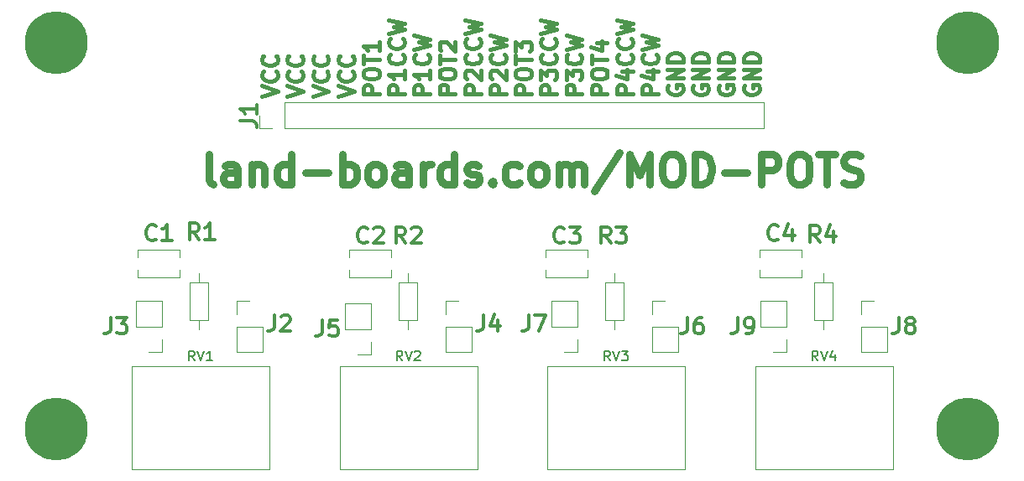
<source format=gto>
%TF.GenerationSoftware,KiCad,Pcbnew,(6.0.1)*%
%TF.CreationDate,2022-10-15T14:09:48-04:00*%
%TF.ProjectId,MOD-POTS,4d4f442d-504f-4545-932e-6b696361645f,rev?*%
%TF.SameCoordinates,Original*%
%TF.FileFunction,Legend,Top*%
%TF.FilePolarity,Positive*%
%FSLAX46Y46*%
G04 Gerber Fmt 4.6, Leading zero omitted, Abs format (unit mm)*
G04 Created by KiCad (PCBNEW (6.0.1)) date 2022-10-15 14:09:48*
%MOMM*%
%LPD*%
G01*
G04 APERTURE LIST*
%ADD10C,0.396875*%
%ADD11C,0.750000*%
%ADD12C,0.150000*%
%ADD13C,0.349250*%
%ADD14C,0.100000*%
%ADD15C,0.120000*%
%ADD16C,6.350000*%
G04 APERTURE END LIST*
D10*
X114803842Y-49374840D02*
X116391342Y-48845674D01*
X114803842Y-48316507D01*
X116240152Y-46880197D02*
X116315747Y-46955793D01*
X116391342Y-47182578D01*
X116391342Y-47333769D01*
X116315747Y-47560555D01*
X116164557Y-47711745D01*
X116013366Y-47787340D01*
X115710985Y-47862936D01*
X115484199Y-47862936D01*
X115181818Y-47787340D01*
X115030628Y-47711745D01*
X114879438Y-47560555D01*
X114803842Y-47333769D01*
X114803842Y-47182578D01*
X114879438Y-46955793D01*
X114955033Y-46880197D01*
X116240152Y-45292697D02*
X116315747Y-45368293D01*
X116391342Y-45595078D01*
X116391342Y-45746269D01*
X116315747Y-45973055D01*
X116164557Y-46124245D01*
X116013366Y-46199840D01*
X115710985Y-46275436D01*
X115484199Y-46275436D01*
X115181818Y-46199840D01*
X115030628Y-46124245D01*
X114879438Y-45973055D01*
X114803842Y-45746269D01*
X114803842Y-45595078D01*
X114879438Y-45368293D01*
X114955033Y-45292697D01*
X117359717Y-49374840D02*
X118947217Y-48845674D01*
X117359717Y-48316507D01*
X118796027Y-46880197D02*
X118871622Y-46955793D01*
X118947217Y-47182578D01*
X118947217Y-47333769D01*
X118871622Y-47560555D01*
X118720432Y-47711745D01*
X118569241Y-47787340D01*
X118266860Y-47862936D01*
X118040074Y-47862936D01*
X117737693Y-47787340D01*
X117586503Y-47711745D01*
X117435313Y-47560555D01*
X117359717Y-47333769D01*
X117359717Y-47182578D01*
X117435313Y-46955793D01*
X117510908Y-46880197D01*
X118796027Y-45292697D02*
X118871622Y-45368293D01*
X118947217Y-45595078D01*
X118947217Y-45746269D01*
X118871622Y-45973055D01*
X118720432Y-46124245D01*
X118569241Y-46199840D01*
X118266860Y-46275436D01*
X118040074Y-46275436D01*
X117737693Y-46199840D01*
X117586503Y-46124245D01*
X117435313Y-45973055D01*
X117359717Y-45746269D01*
X117359717Y-45595078D01*
X117435313Y-45368293D01*
X117510908Y-45292697D01*
X119915592Y-49374840D02*
X121503092Y-48845674D01*
X119915592Y-48316507D01*
X121351902Y-46880197D02*
X121427497Y-46955793D01*
X121503092Y-47182578D01*
X121503092Y-47333769D01*
X121427497Y-47560555D01*
X121276307Y-47711745D01*
X121125116Y-47787340D01*
X120822735Y-47862936D01*
X120595949Y-47862936D01*
X120293568Y-47787340D01*
X120142378Y-47711745D01*
X119991188Y-47560555D01*
X119915592Y-47333769D01*
X119915592Y-47182578D01*
X119991188Y-46955793D01*
X120066783Y-46880197D01*
X121351902Y-45292697D02*
X121427497Y-45368293D01*
X121503092Y-45595078D01*
X121503092Y-45746269D01*
X121427497Y-45973055D01*
X121276307Y-46124245D01*
X121125116Y-46199840D01*
X120822735Y-46275436D01*
X120595949Y-46275436D01*
X120293568Y-46199840D01*
X120142378Y-46124245D01*
X119991188Y-45973055D01*
X119915592Y-45746269D01*
X119915592Y-45595078D01*
X119991188Y-45368293D01*
X120066783Y-45292697D01*
X122471467Y-49374840D02*
X124058967Y-48845674D01*
X122471467Y-48316507D01*
X123907777Y-46880197D02*
X123983372Y-46955793D01*
X124058967Y-47182578D01*
X124058967Y-47333769D01*
X123983372Y-47560555D01*
X123832182Y-47711745D01*
X123680991Y-47787340D01*
X123378610Y-47862936D01*
X123151824Y-47862936D01*
X122849443Y-47787340D01*
X122698253Y-47711745D01*
X122547063Y-47560555D01*
X122471467Y-47333769D01*
X122471467Y-47182578D01*
X122547063Y-46955793D01*
X122622658Y-46880197D01*
X123907777Y-45292697D02*
X123983372Y-45368293D01*
X124058967Y-45595078D01*
X124058967Y-45746269D01*
X123983372Y-45973055D01*
X123832182Y-46124245D01*
X123680991Y-46199840D01*
X123378610Y-46275436D01*
X123151824Y-46275436D01*
X122849443Y-46199840D01*
X122698253Y-46124245D01*
X122547063Y-45973055D01*
X122471467Y-45746269D01*
X122471467Y-45595078D01*
X122547063Y-45368293D01*
X122622658Y-45292697D01*
X126614842Y-49148055D02*
X125027342Y-49148055D01*
X125027342Y-48543293D01*
X125102938Y-48392102D01*
X125178533Y-48316507D01*
X125329723Y-48240912D01*
X125556509Y-48240912D01*
X125707699Y-48316507D01*
X125783295Y-48392102D01*
X125858890Y-48543293D01*
X125858890Y-49148055D01*
X125027342Y-47258174D02*
X125027342Y-46955793D01*
X125102938Y-46804602D01*
X125254128Y-46653412D01*
X125556509Y-46577816D01*
X126085676Y-46577816D01*
X126388057Y-46653412D01*
X126539247Y-46804602D01*
X126614842Y-46955793D01*
X126614842Y-47258174D01*
X126539247Y-47409364D01*
X126388057Y-47560555D01*
X126085676Y-47636150D01*
X125556509Y-47636150D01*
X125254128Y-47560555D01*
X125102938Y-47409364D01*
X125027342Y-47258174D01*
X125027342Y-46124245D02*
X125027342Y-45217102D01*
X126614842Y-45670674D02*
X125027342Y-45670674D01*
X126614842Y-43856388D02*
X126614842Y-44763531D01*
X126614842Y-44309959D02*
X125027342Y-44309959D01*
X125254128Y-44461150D01*
X125405318Y-44612340D01*
X125480914Y-44763531D01*
X129170717Y-49148055D02*
X127583217Y-49148055D01*
X127583217Y-48543293D01*
X127658813Y-48392102D01*
X127734408Y-48316507D01*
X127885598Y-48240912D01*
X128112384Y-48240912D01*
X128263574Y-48316507D01*
X128339170Y-48392102D01*
X128414765Y-48543293D01*
X128414765Y-49148055D01*
X129170717Y-46729007D02*
X129170717Y-47636150D01*
X129170717Y-47182578D02*
X127583217Y-47182578D01*
X127810003Y-47333769D01*
X127961193Y-47484959D01*
X128036789Y-47636150D01*
X129019527Y-45141507D02*
X129095122Y-45217102D01*
X129170717Y-45443888D01*
X129170717Y-45595078D01*
X129095122Y-45821864D01*
X128943932Y-45973055D01*
X128792741Y-46048650D01*
X128490360Y-46124245D01*
X128263574Y-46124245D01*
X127961193Y-46048650D01*
X127810003Y-45973055D01*
X127658813Y-45821864D01*
X127583217Y-45595078D01*
X127583217Y-45443888D01*
X127658813Y-45217102D01*
X127734408Y-45141507D01*
X129019527Y-43554007D02*
X129095122Y-43629602D01*
X129170717Y-43856388D01*
X129170717Y-44007578D01*
X129095122Y-44234364D01*
X128943932Y-44385555D01*
X128792741Y-44461150D01*
X128490360Y-44536745D01*
X128263574Y-44536745D01*
X127961193Y-44461150D01*
X127810003Y-44385555D01*
X127658813Y-44234364D01*
X127583217Y-44007578D01*
X127583217Y-43856388D01*
X127658813Y-43629602D01*
X127734408Y-43554007D01*
X127583217Y-43024840D02*
X129170717Y-42646864D01*
X128036789Y-42344483D01*
X129170717Y-42042102D01*
X127583217Y-41664126D01*
X131726592Y-49148055D02*
X130139092Y-49148055D01*
X130139092Y-48543293D01*
X130214688Y-48392102D01*
X130290283Y-48316507D01*
X130441473Y-48240912D01*
X130668259Y-48240912D01*
X130819449Y-48316507D01*
X130895045Y-48392102D01*
X130970640Y-48543293D01*
X130970640Y-49148055D01*
X131726592Y-46729007D02*
X131726592Y-47636150D01*
X131726592Y-47182578D02*
X130139092Y-47182578D01*
X130365878Y-47333769D01*
X130517068Y-47484959D01*
X130592664Y-47636150D01*
X131575402Y-45141507D02*
X131650997Y-45217102D01*
X131726592Y-45443888D01*
X131726592Y-45595078D01*
X131650997Y-45821864D01*
X131499807Y-45973055D01*
X131348616Y-46048650D01*
X131046235Y-46124245D01*
X130819449Y-46124245D01*
X130517068Y-46048650D01*
X130365878Y-45973055D01*
X130214688Y-45821864D01*
X130139092Y-45595078D01*
X130139092Y-45443888D01*
X130214688Y-45217102D01*
X130290283Y-45141507D01*
X130139092Y-44612340D02*
X131726592Y-44234364D01*
X130592664Y-43931983D01*
X131726592Y-43629602D01*
X130139092Y-43251626D01*
X134282467Y-49148055D02*
X132694967Y-49148055D01*
X132694967Y-48543293D01*
X132770563Y-48392102D01*
X132846158Y-48316507D01*
X132997348Y-48240912D01*
X133224134Y-48240912D01*
X133375324Y-48316507D01*
X133450920Y-48392102D01*
X133526515Y-48543293D01*
X133526515Y-49148055D01*
X132694967Y-47258174D02*
X132694967Y-46955793D01*
X132770563Y-46804602D01*
X132921753Y-46653412D01*
X133224134Y-46577816D01*
X133753301Y-46577816D01*
X134055682Y-46653412D01*
X134206872Y-46804602D01*
X134282467Y-46955793D01*
X134282467Y-47258174D01*
X134206872Y-47409364D01*
X134055682Y-47560555D01*
X133753301Y-47636150D01*
X133224134Y-47636150D01*
X132921753Y-47560555D01*
X132770563Y-47409364D01*
X132694967Y-47258174D01*
X132694967Y-46124245D02*
X132694967Y-45217102D01*
X134282467Y-45670674D02*
X132694967Y-45670674D01*
X132846158Y-44763531D02*
X132770563Y-44687936D01*
X132694967Y-44536745D01*
X132694967Y-44158769D01*
X132770563Y-44007578D01*
X132846158Y-43931983D01*
X132997348Y-43856388D01*
X133148539Y-43856388D01*
X133375324Y-43931983D01*
X134282467Y-44839126D01*
X134282467Y-43856388D01*
X136838342Y-49148055D02*
X135250842Y-49148055D01*
X135250842Y-48543293D01*
X135326438Y-48392102D01*
X135402033Y-48316507D01*
X135553223Y-48240912D01*
X135780009Y-48240912D01*
X135931199Y-48316507D01*
X136006795Y-48392102D01*
X136082390Y-48543293D01*
X136082390Y-49148055D01*
X135402033Y-47636150D02*
X135326438Y-47560555D01*
X135250842Y-47409364D01*
X135250842Y-47031388D01*
X135326438Y-46880197D01*
X135402033Y-46804602D01*
X135553223Y-46729007D01*
X135704414Y-46729007D01*
X135931199Y-46804602D01*
X136838342Y-47711745D01*
X136838342Y-46729007D01*
X136687152Y-45141507D02*
X136762747Y-45217102D01*
X136838342Y-45443888D01*
X136838342Y-45595078D01*
X136762747Y-45821864D01*
X136611557Y-45973055D01*
X136460366Y-46048650D01*
X136157985Y-46124245D01*
X135931199Y-46124245D01*
X135628818Y-46048650D01*
X135477628Y-45973055D01*
X135326438Y-45821864D01*
X135250842Y-45595078D01*
X135250842Y-45443888D01*
X135326438Y-45217102D01*
X135402033Y-45141507D01*
X136687152Y-43554007D02*
X136762747Y-43629602D01*
X136838342Y-43856388D01*
X136838342Y-44007578D01*
X136762747Y-44234364D01*
X136611557Y-44385555D01*
X136460366Y-44461150D01*
X136157985Y-44536745D01*
X135931199Y-44536745D01*
X135628818Y-44461150D01*
X135477628Y-44385555D01*
X135326438Y-44234364D01*
X135250842Y-44007578D01*
X135250842Y-43856388D01*
X135326438Y-43629602D01*
X135402033Y-43554007D01*
X135250842Y-43024840D02*
X136838342Y-42646864D01*
X135704414Y-42344483D01*
X136838342Y-42042102D01*
X135250842Y-41664126D01*
X139394217Y-49148055D02*
X137806717Y-49148055D01*
X137806717Y-48543293D01*
X137882313Y-48392102D01*
X137957908Y-48316507D01*
X138109098Y-48240912D01*
X138335884Y-48240912D01*
X138487074Y-48316507D01*
X138562670Y-48392102D01*
X138638265Y-48543293D01*
X138638265Y-49148055D01*
X137957908Y-47636150D02*
X137882313Y-47560555D01*
X137806717Y-47409364D01*
X137806717Y-47031388D01*
X137882313Y-46880197D01*
X137957908Y-46804602D01*
X138109098Y-46729007D01*
X138260289Y-46729007D01*
X138487074Y-46804602D01*
X139394217Y-47711745D01*
X139394217Y-46729007D01*
X139243027Y-45141507D02*
X139318622Y-45217102D01*
X139394217Y-45443888D01*
X139394217Y-45595078D01*
X139318622Y-45821864D01*
X139167432Y-45973055D01*
X139016241Y-46048650D01*
X138713860Y-46124245D01*
X138487074Y-46124245D01*
X138184693Y-46048650D01*
X138033503Y-45973055D01*
X137882313Y-45821864D01*
X137806717Y-45595078D01*
X137806717Y-45443888D01*
X137882313Y-45217102D01*
X137957908Y-45141507D01*
X137806717Y-44612340D02*
X139394217Y-44234364D01*
X138260289Y-43931983D01*
X139394217Y-43629602D01*
X137806717Y-43251626D01*
X141950092Y-49148055D02*
X140362592Y-49148055D01*
X140362592Y-48543293D01*
X140438188Y-48392102D01*
X140513783Y-48316507D01*
X140664973Y-48240912D01*
X140891759Y-48240912D01*
X141042949Y-48316507D01*
X141118545Y-48392102D01*
X141194140Y-48543293D01*
X141194140Y-49148055D01*
X140362592Y-47258174D02*
X140362592Y-46955793D01*
X140438188Y-46804602D01*
X140589378Y-46653412D01*
X140891759Y-46577816D01*
X141420926Y-46577816D01*
X141723307Y-46653412D01*
X141874497Y-46804602D01*
X141950092Y-46955793D01*
X141950092Y-47258174D01*
X141874497Y-47409364D01*
X141723307Y-47560555D01*
X141420926Y-47636150D01*
X140891759Y-47636150D01*
X140589378Y-47560555D01*
X140438188Y-47409364D01*
X140362592Y-47258174D01*
X140362592Y-46124245D02*
X140362592Y-45217102D01*
X141950092Y-45670674D02*
X140362592Y-45670674D01*
X140362592Y-44839126D02*
X140362592Y-43856388D01*
X140967354Y-44385555D01*
X140967354Y-44158769D01*
X141042949Y-44007578D01*
X141118545Y-43931983D01*
X141269735Y-43856388D01*
X141647711Y-43856388D01*
X141798902Y-43931983D01*
X141874497Y-44007578D01*
X141950092Y-44158769D01*
X141950092Y-44612340D01*
X141874497Y-44763531D01*
X141798902Y-44839126D01*
X144505967Y-49148055D02*
X142918467Y-49148055D01*
X142918467Y-48543293D01*
X142994063Y-48392102D01*
X143069658Y-48316507D01*
X143220848Y-48240912D01*
X143447634Y-48240912D01*
X143598824Y-48316507D01*
X143674420Y-48392102D01*
X143750015Y-48543293D01*
X143750015Y-49148055D01*
X142918467Y-47711745D02*
X142918467Y-46729007D01*
X143523229Y-47258174D01*
X143523229Y-47031388D01*
X143598824Y-46880197D01*
X143674420Y-46804602D01*
X143825610Y-46729007D01*
X144203586Y-46729007D01*
X144354777Y-46804602D01*
X144430372Y-46880197D01*
X144505967Y-47031388D01*
X144505967Y-47484959D01*
X144430372Y-47636150D01*
X144354777Y-47711745D01*
X144354777Y-45141507D02*
X144430372Y-45217102D01*
X144505967Y-45443888D01*
X144505967Y-45595078D01*
X144430372Y-45821864D01*
X144279182Y-45973055D01*
X144127991Y-46048650D01*
X143825610Y-46124245D01*
X143598824Y-46124245D01*
X143296443Y-46048650D01*
X143145253Y-45973055D01*
X142994063Y-45821864D01*
X142918467Y-45595078D01*
X142918467Y-45443888D01*
X142994063Y-45217102D01*
X143069658Y-45141507D01*
X144354777Y-43554007D02*
X144430372Y-43629602D01*
X144505967Y-43856388D01*
X144505967Y-44007578D01*
X144430372Y-44234364D01*
X144279182Y-44385555D01*
X144127991Y-44461150D01*
X143825610Y-44536745D01*
X143598824Y-44536745D01*
X143296443Y-44461150D01*
X143145253Y-44385555D01*
X142994063Y-44234364D01*
X142918467Y-44007578D01*
X142918467Y-43856388D01*
X142994063Y-43629602D01*
X143069658Y-43554007D01*
X142918467Y-43024840D02*
X144505967Y-42646864D01*
X143372039Y-42344483D01*
X144505967Y-42042102D01*
X142918467Y-41664126D01*
X147061842Y-49148055D02*
X145474342Y-49148055D01*
X145474342Y-48543293D01*
X145549938Y-48392102D01*
X145625533Y-48316507D01*
X145776723Y-48240912D01*
X146003509Y-48240912D01*
X146154699Y-48316507D01*
X146230295Y-48392102D01*
X146305890Y-48543293D01*
X146305890Y-49148055D01*
X145474342Y-47711745D02*
X145474342Y-46729007D01*
X146079104Y-47258174D01*
X146079104Y-47031388D01*
X146154699Y-46880197D01*
X146230295Y-46804602D01*
X146381485Y-46729007D01*
X146759461Y-46729007D01*
X146910652Y-46804602D01*
X146986247Y-46880197D01*
X147061842Y-47031388D01*
X147061842Y-47484959D01*
X146986247Y-47636150D01*
X146910652Y-47711745D01*
X146910652Y-45141507D02*
X146986247Y-45217102D01*
X147061842Y-45443888D01*
X147061842Y-45595078D01*
X146986247Y-45821864D01*
X146835057Y-45973055D01*
X146683866Y-46048650D01*
X146381485Y-46124245D01*
X146154699Y-46124245D01*
X145852318Y-46048650D01*
X145701128Y-45973055D01*
X145549938Y-45821864D01*
X145474342Y-45595078D01*
X145474342Y-45443888D01*
X145549938Y-45217102D01*
X145625533Y-45141507D01*
X145474342Y-44612340D02*
X147061842Y-44234364D01*
X145927914Y-43931983D01*
X147061842Y-43629602D01*
X145474342Y-43251626D01*
X149617717Y-49148055D02*
X148030217Y-49148055D01*
X148030217Y-48543293D01*
X148105813Y-48392102D01*
X148181408Y-48316507D01*
X148332598Y-48240912D01*
X148559384Y-48240912D01*
X148710574Y-48316507D01*
X148786170Y-48392102D01*
X148861765Y-48543293D01*
X148861765Y-49148055D01*
X148030217Y-47258174D02*
X148030217Y-46955793D01*
X148105813Y-46804602D01*
X148257003Y-46653412D01*
X148559384Y-46577816D01*
X149088551Y-46577816D01*
X149390932Y-46653412D01*
X149542122Y-46804602D01*
X149617717Y-46955793D01*
X149617717Y-47258174D01*
X149542122Y-47409364D01*
X149390932Y-47560555D01*
X149088551Y-47636150D01*
X148559384Y-47636150D01*
X148257003Y-47560555D01*
X148105813Y-47409364D01*
X148030217Y-47258174D01*
X148030217Y-46124245D02*
X148030217Y-45217102D01*
X149617717Y-45670674D02*
X148030217Y-45670674D01*
X148559384Y-44007578D02*
X149617717Y-44007578D01*
X147954622Y-44385555D02*
X149088551Y-44763531D01*
X149088551Y-43780793D01*
X152173592Y-49148055D02*
X150586092Y-49148055D01*
X150586092Y-48543293D01*
X150661688Y-48392102D01*
X150737283Y-48316507D01*
X150888473Y-48240912D01*
X151115259Y-48240912D01*
X151266449Y-48316507D01*
X151342045Y-48392102D01*
X151417640Y-48543293D01*
X151417640Y-49148055D01*
X151115259Y-46880197D02*
X152173592Y-46880197D01*
X150510497Y-47258174D02*
X151644426Y-47636150D01*
X151644426Y-46653412D01*
X152022402Y-45141507D02*
X152097997Y-45217102D01*
X152173592Y-45443888D01*
X152173592Y-45595078D01*
X152097997Y-45821864D01*
X151946807Y-45973055D01*
X151795616Y-46048650D01*
X151493235Y-46124245D01*
X151266449Y-46124245D01*
X150964068Y-46048650D01*
X150812878Y-45973055D01*
X150661688Y-45821864D01*
X150586092Y-45595078D01*
X150586092Y-45443888D01*
X150661688Y-45217102D01*
X150737283Y-45141507D01*
X152022402Y-43554007D02*
X152097997Y-43629602D01*
X152173592Y-43856388D01*
X152173592Y-44007578D01*
X152097997Y-44234364D01*
X151946807Y-44385555D01*
X151795616Y-44461150D01*
X151493235Y-44536745D01*
X151266449Y-44536745D01*
X150964068Y-44461150D01*
X150812878Y-44385555D01*
X150661688Y-44234364D01*
X150586092Y-44007578D01*
X150586092Y-43856388D01*
X150661688Y-43629602D01*
X150737283Y-43554007D01*
X150586092Y-43024840D02*
X152173592Y-42646864D01*
X151039664Y-42344483D01*
X152173592Y-42042102D01*
X150586092Y-41664126D01*
X154729467Y-49148055D02*
X153141967Y-49148055D01*
X153141967Y-48543293D01*
X153217563Y-48392102D01*
X153293158Y-48316507D01*
X153444348Y-48240912D01*
X153671134Y-48240912D01*
X153822324Y-48316507D01*
X153897920Y-48392102D01*
X153973515Y-48543293D01*
X153973515Y-49148055D01*
X153671134Y-46880197D02*
X154729467Y-46880197D01*
X153066372Y-47258174D02*
X154200301Y-47636150D01*
X154200301Y-46653412D01*
X154578277Y-45141507D02*
X154653872Y-45217102D01*
X154729467Y-45443888D01*
X154729467Y-45595078D01*
X154653872Y-45821864D01*
X154502682Y-45973055D01*
X154351491Y-46048650D01*
X154049110Y-46124245D01*
X153822324Y-46124245D01*
X153519943Y-46048650D01*
X153368753Y-45973055D01*
X153217563Y-45821864D01*
X153141967Y-45595078D01*
X153141967Y-45443888D01*
X153217563Y-45217102D01*
X153293158Y-45141507D01*
X153141967Y-44612340D02*
X154729467Y-44234364D01*
X153595539Y-43931983D01*
X154729467Y-43629602D01*
X153141967Y-43251626D01*
X155773438Y-48316507D02*
X155697842Y-48467697D01*
X155697842Y-48694483D01*
X155773438Y-48921269D01*
X155924628Y-49072459D01*
X156075818Y-49148055D01*
X156378199Y-49223650D01*
X156604985Y-49223650D01*
X156907366Y-49148055D01*
X157058557Y-49072459D01*
X157209747Y-48921269D01*
X157285342Y-48694483D01*
X157285342Y-48543293D01*
X157209747Y-48316507D01*
X157134152Y-48240912D01*
X156604985Y-48240912D01*
X156604985Y-48543293D01*
X157285342Y-47560555D02*
X155697842Y-47560555D01*
X157285342Y-46653412D01*
X155697842Y-46653412D01*
X157285342Y-45897459D02*
X155697842Y-45897459D01*
X155697842Y-45519483D01*
X155773438Y-45292697D01*
X155924628Y-45141507D01*
X156075818Y-45065912D01*
X156378199Y-44990316D01*
X156604985Y-44990316D01*
X156907366Y-45065912D01*
X157058557Y-45141507D01*
X157209747Y-45292697D01*
X157285342Y-45519483D01*
X157285342Y-45897459D01*
X158329313Y-48316507D02*
X158253717Y-48467697D01*
X158253717Y-48694483D01*
X158329313Y-48921269D01*
X158480503Y-49072459D01*
X158631693Y-49148055D01*
X158934074Y-49223650D01*
X159160860Y-49223650D01*
X159463241Y-49148055D01*
X159614432Y-49072459D01*
X159765622Y-48921269D01*
X159841217Y-48694483D01*
X159841217Y-48543293D01*
X159765622Y-48316507D01*
X159690027Y-48240912D01*
X159160860Y-48240912D01*
X159160860Y-48543293D01*
X159841217Y-47560555D02*
X158253717Y-47560555D01*
X159841217Y-46653412D01*
X158253717Y-46653412D01*
X159841217Y-45897459D02*
X158253717Y-45897459D01*
X158253717Y-45519483D01*
X158329313Y-45292697D01*
X158480503Y-45141507D01*
X158631693Y-45065912D01*
X158934074Y-44990316D01*
X159160860Y-44990316D01*
X159463241Y-45065912D01*
X159614432Y-45141507D01*
X159765622Y-45292697D01*
X159841217Y-45519483D01*
X159841217Y-45897459D01*
X160885188Y-48316507D02*
X160809592Y-48467697D01*
X160809592Y-48694483D01*
X160885188Y-48921269D01*
X161036378Y-49072459D01*
X161187568Y-49148055D01*
X161489949Y-49223650D01*
X161716735Y-49223650D01*
X162019116Y-49148055D01*
X162170307Y-49072459D01*
X162321497Y-48921269D01*
X162397092Y-48694483D01*
X162397092Y-48543293D01*
X162321497Y-48316507D01*
X162245902Y-48240912D01*
X161716735Y-48240912D01*
X161716735Y-48543293D01*
X162397092Y-47560555D02*
X160809592Y-47560555D01*
X162397092Y-46653412D01*
X160809592Y-46653412D01*
X162397092Y-45897459D02*
X160809592Y-45897459D01*
X160809592Y-45519483D01*
X160885188Y-45292697D01*
X161036378Y-45141507D01*
X161187568Y-45065912D01*
X161489949Y-44990316D01*
X161716735Y-44990316D01*
X162019116Y-45065912D01*
X162170307Y-45141507D01*
X162321497Y-45292697D01*
X162397092Y-45519483D01*
X162397092Y-45897459D01*
X163441063Y-48316507D02*
X163365467Y-48467697D01*
X163365467Y-48694483D01*
X163441063Y-48921269D01*
X163592253Y-49072459D01*
X163743443Y-49148055D01*
X164045824Y-49223650D01*
X164272610Y-49223650D01*
X164574991Y-49148055D01*
X164726182Y-49072459D01*
X164877372Y-48921269D01*
X164952967Y-48694483D01*
X164952967Y-48543293D01*
X164877372Y-48316507D01*
X164801777Y-48240912D01*
X164272610Y-48240912D01*
X164272610Y-48543293D01*
X164952967Y-47560555D02*
X163365467Y-47560555D01*
X164952967Y-46653412D01*
X163365467Y-46653412D01*
X164952967Y-45897459D02*
X163365467Y-45897459D01*
X163365467Y-45519483D01*
X163441063Y-45292697D01*
X163592253Y-45141507D01*
X163743443Y-45065912D01*
X164045824Y-44990316D01*
X164272610Y-44990316D01*
X164574991Y-45065912D01*
X164726182Y-45141507D01*
X164877372Y-45292697D01*
X164952967Y-45519483D01*
X164952967Y-45897459D01*
D11*
X109882867Y-58253142D02*
X109597153Y-58110285D01*
X109454296Y-57824571D01*
X109454296Y-55253143D01*
X112311438Y-58253142D02*
X112311438Y-56681714D01*
X112168581Y-56396000D01*
X111882867Y-56253143D01*
X111311438Y-56253143D01*
X111025724Y-56396000D01*
X112311438Y-58110285D02*
X112025724Y-58253142D01*
X111311438Y-58253142D01*
X111025724Y-58110285D01*
X110882867Y-57824571D01*
X110882867Y-57538856D01*
X111025724Y-57253142D01*
X111311438Y-57110285D01*
X112025724Y-57110285D01*
X112311438Y-56967428D01*
X113740009Y-56253143D02*
X113740009Y-58253142D01*
X113740009Y-56538857D02*
X113882866Y-56396000D01*
X114168580Y-56253143D01*
X114597152Y-56253143D01*
X114882866Y-56396000D01*
X115025723Y-56681714D01*
X115025723Y-58253142D01*
X117740008Y-58253142D02*
X117740008Y-55253143D01*
X117740008Y-58110285D02*
X117454293Y-58253142D01*
X116882865Y-58253142D01*
X116597151Y-58110285D01*
X116454294Y-57967428D01*
X116311437Y-57681714D01*
X116311437Y-56824571D01*
X116454294Y-56538857D01*
X116597151Y-56396000D01*
X116882865Y-56253143D01*
X117454293Y-56253143D01*
X117740008Y-56396000D01*
X119168579Y-57110285D02*
X121454292Y-57110285D01*
X122882863Y-58253142D02*
X122882863Y-55253143D01*
X122882863Y-56396000D02*
X123168577Y-56253143D01*
X123740006Y-56253143D01*
X124025720Y-56396000D01*
X124168577Y-56538857D01*
X124311434Y-56824571D01*
X124311434Y-57681714D01*
X124168577Y-57967428D01*
X124025720Y-58110285D01*
X123740006Y-58253142D01*
X123168577Y-58253142D01*
X122882863Y-58110285D01*
X126025719Y-58253142D02*
X125740005Y-58110285D01*
X125597148Y-57967428D01*
X125454291Y-57681714D01*
X125454291Y-56824571D01*
X125597148Y-56538857D01*
X125740005Y-56396000D01*
X126025719Y-56253143D01*
X126454290Y-56253143D01*
X126740005Y-56396000D01*
X126882862Y-56538857D01*
X127025719Y-56824571D01*
X127025719Y-57681714D01*
X126882862Y-57967428D01*
X126740005Y-58110285D01*
X126454290Y-58253142D01*
X126025719Y-58253142D01*
X129597147Y-58253142D02*
X129597147Y-56681714D01*
X129454289Y-56396000D01*
X129168575Y-56253143D01*
X128597147Y-56253143D01*
X128311433Y-56396000D01*
X129597147Y-58110285D02*
X129311432Y-58253142D01*
X128597147Y-58253142D01*
X128311433Y-58110285D01*
X128168576Y-57824571D01*
X128168576Y-57538856D01*
X128311433Y-57253142D01*
X128597147Y-57110285D01*
X129311432Y-57110285D01*
X129597147Y-56967428D01*
X131025718Y-58253142D02*
X131025718Y-56253143D01*
X131025718Y-56824571D02*
X131168575Y-56538857D01*
X131311432Y-56396000D01*
X131597146Y-56253143D01*
X131882860Y-56253143D01*
X134168574Y-58253142D02*
X134168574Y-55253143D01*
X134168574Y-58110285D02*
X133882859Y-58253142D01*
X133311431Y-58253142D01*
X133025717Y-58110285D01*
X132882860Y-57967428D01*
X132740003Y-57681714D01*
X132740003Y-56824571D01*
X132882860Y-56538857D01*
X133025717Y-56396000D01*
X133311431Y-56253143D01*
X133882859Y-56253143D01*
X134168574Y-56396000D01*
X135454287Y-58110285D02*
X135740002Y-58253142D01*
X136311430Y-58253142D01*
X136597144Y-58110285D01*
X136740001Y-57824571D01*
X136740001Y-57681714D01*
X136597144Y-57395999D01*
X136311430Y-57253142D01*
X135882859Y-57253142D01*
X135597145Y-57110285D01*
X135454287Y-56824571D01*
X135454287Y-56681714D01*
X135597145Y-56396000D01*
X135882859Y-56253143D01*
X136311430Y-56253143D01*
X136597144Y-56396000D01*
X138025715Y-57967428D02*
X138168572Y-58110285D01*
X138025715Y-58253142D01*
X137882858Y-58110285D01*
X138025715Y-57967428D01*
X138025715Y-58253142D01*
X140740000Y-58110285D02*
X140454286Y-58253142D01*
X139882857Y-58253142D01*
X139597143Y-58110285D01*
X139454286Y-57967428D01*
X139311429Y-57681714D01*
X139311429Y-56824571D01*
X139454286Y-56538857D01*
X139597143Y-56396000D01*
X139882857Y-56253143D01*
X140454286Y-56253143D01*
X140740000Y-56396000D01*
X142454285Y-58253142D02*
X142168571Y-58110285D01*
X142025714Y-57967428D01*
X141882857Y-57681714D01*
X141882857Y-56824571D01*
X142025714Y-56538857D01*
X142168571Y-56396000D01*
X142454285Y-56253143D01*
X142882856Y-56253143D01*
X143168571Y-56396000D01*
X143311428Y-56538857D01*
X143454285Y-56824571D01*
X143454285Y-57681714D01*
X143311428Y-57967428D01*
X143168571Y-58110285D01*
X142882856Y-58253142D01*
X142454285Y-58253142D01*
X144739999Y-58253142D02*
X144739999Y-56253143D01*
X144739999Y-56538857D02*
X144882856Y-56396000D01*
X145168570Y-56253143D01*
X145597141Y-56253143D01*
X145882855Y-56396000D01*
X146025713Y-56681714D01*
X146025713Y-58253142D01*
X146025713Y-56681714D02*
X146168570Y-56396000D01*
X146454284Y-56253143D01*
X146882855Y-56253143D01*
X147168569Y-56396000D01*
X147311426Y-56681714D01*
X147311426Y-58253142D01*
X150882854Y-55110286D02*
X148311426Y-58967427D01*
X151882853Y-58253142D02*
X151882853Y-55253143D01*
X152882853Y-57395999D01*
X153882853Y-55253143D01*
X153882853Y-58253142D01*
X155882852Y-55253143D02*
X156454280Y-55253143D01*
X156739995Y-55396000D01*
X157025709Y-55681714D01*
X157168566Y-56253143D01*
X157168566Y-57253142D01*
X157025709Y-57824571D01*
X156739995Y-58110285D01*
X156454280Y-58253142D01*
X155882852Y-58253142D01*
X155597138Y-58110285D01*
X155311424Y-57824571D01*
X155168567Y-57253142D01*
X155168567Y-56253143D01*
X155311424Y-55681714D01*
X155597138Y-55396000D01*
X155882852Y-55253143D01*
X158454280Y-58253142D02*
X158454280Y-55253143D01*
X159168565Y-55253143D01*
X159597137Y-55396000D01*
X159882851Y-55681714D01*
X160025708Y-55967428D01*
X160168565Y-56538857D01*
X160168565Y-56967428D01*
X160025708Y-57538856D01*
X159882851Y-57824571D01*
X159597137Y-58110285D01*
X159168565Y-58253142D01*
X158454280Y-58253142D01*
X161454279Y-57110285D02*
X163739992Y-57110285D01*
X165168563Y-58253142D02*
X165168563Y-55253143D01*
X166311420Y-55253143D01*
X166597134Y-55396000D01*
X166739991Y-55538857D01*
X166882848Y-55824571D01*
X166882848Y-56253143D01*
X166739991Y-56538857D01*
X166597134Y-56681714D01*
X166311420Y-56824571D01*
X165168563Y-56824571D01*
X168739991Y-55253143D02*
X169311419Y-55253143D01*
X169597133Y-55396000D01*
X169882847Y-55681714D01*
X170025705Y-56253143D01*
X170025705Y-57253142D01*
X169882847Y-57824571D01*
X169597133Y-58110285D01*
X169311419Y-58253142D01*
X168739991Y-58253142D01*
X168454276Y-58110285D01*
X168168562Y-57824571D01*
X168025705Y-57253142D01*
X168025705Y-56253143D01*
X168168562Y-55681714D01*
X168454276Y-55396000D01*
X168739991Y-55253143D01*
X170882847Y-55253143D02*
X172597132Y-55253143D01*
X171739990Y-58253142D02*
X171739990Y-55253143D01*
X173454275Y-58110285D02*
X173882846Y-58253142D01*
X174597132Y-58253142D01*
X174882846Y-58110285D01*
X175025703Y-57967428D01*
X175168560Y-57681714D01*
X175168560Y-57395999D01*
X175025703Y-57110285D01*
X174882846Y-56967428D01*
X174597132Y-56824571D01*
X174025703Y-56681714D01*
X173739989Y-56538857D01*
X173597132Y-56396000D01*
X173454275Y-56110285D01*
X173454275Y-55824571D01*
X173597132Y-55538857D01*
X173739989Y-55396000D01*
X174025703Y-55253143D01*
X174739989Y-55253143D01*
X175168560Y-55396000D01*
D12*
%TO.C,RV1*%
X107989761Y-76102380D02*
X107656428Y-75626190D01*
X107418333Y-76102380D02*
X107418333Y-75102380D01*
X107799285Y-75102380D01*
X107894523Y-75150000D01*
X107942142Y-75197619D01*
X107989761Y-75292857D01*
X107989761Y-75435714D01*
X107942142Y-75530952D01*
X107894523Y-75578571D01*
X107799285Y-75626190D01*
X107418333Y-75626190D01*
X108275476Y-75102380D02*
X108608809Y-76102380D01*
X108942142Y-75102380D01*
X109799285Y-76102380D02*
X109227857Y-76102380D01*
X109513571Y-76102380D02*
X109513571Y-75102380D01*
X109418333Y-75245238D01*
X109323095Y-75340476D01*
X109227857Y-75388095D01*
%TO.C,RV4*%
X170854761Y-76102380D02*
X170521428Y-75626190D01*
X170283333Y-76102380D02*
X170283333Y-75102380D01*
X170664285Y-75102380D01*
X170759523Y-75150000D01*
X170807142Y-75197619D01*
X170854761Y-75292857D01*
X170854761Y-75435714D01*
X170807142Y-75530952D01*
X170759523Y-75578571D01*
X170664285Y-75626190D01*
X170283333Y-75626190D01*
X171140476Y-75102380D02*
X171473809Y-76102380D01*
X171807142Y-75102380D01*
X172569047Y-75435714D02*
X172569047Y-76102380D01*
X172330952Y-75054761D02*
X172092857Y-75769047D01*
X172711904Y-75769047D01*
%TO.C,RV3*%
X149899761Y-76102380D02*
X149566428Y-75626190D01*
X149328333Y-76102380D02*
X149328333Y-75102380D01*
X149709285Y-75102380D01*
X149804523Y-75150000D01*
X149852142Y-75197619D01*
X149899761Y-75292857D01*
X149899761Y-75435714D01*
X149852142Y-75530952D01*
X149804523Y-75578571D01*
X149709285Y-75626190D01*
X149328333Y-75626190D01*
X150185476Y-75102380D02*
X150518809Y-76102380D01*
X150852142Y-75102380D01*
X151090238Y-75102380D02*
X151709285Y-75102380D01*
X151375952Y-75483333D01*
X151518809Y-75483333D01*
X151614047Y-75530952D01*
X151661666Y-75578571D01*
X151709285Y-75673809D01*
X151709285Y-75911904D01*
X151661666Y-76007142D01*
X151614047Y-76054761D01*
X151518809Y-76102380D01*
X151233095Y-76102380D01*
X151137857Y-76054761D01*
X151090238Y-76007142D01*
%TO.C,RV2*%
X128944761Y-76102380D02*
X128611428Y-75626190D01*
X128373333Y-76102380D02*
X128373333Y-75102380D01*
X128754285Y-75102380D01*
X128849523Y-75150000D01*
X128897142Y-75197619D01*
X128944761Y-75292857D01*
X128944761Y-75435714D01*
X128897142Y-75530952D01*
X128849523Y-75578571D01*
X128754285Y-75626190D01*
X128373333Y-75626190D01*
X129230476Y-75102380D02*
X129563809Y-76102380D01*
X129897142Y-75102380D01*
X130182857Y-75197619D02*
X130230476Y-75150000D01*
X130325714Y-75102380D01*
X130563809Y-75102380D01*
X130659047Y-75150000D01*
X130706666Y-75197619D01*
X130754285Y-75292857D01*
X130754285Y-75388095D01*
X130706666Y-75530952D01*
X130135238Y-76102380D01*
X130754285Y-76102380D01*
D13*
%TO.C,J3*%
X99525666Y-71739880D02*
X99525666Y-72919166D01*
X99447047Y-73155023D01*
X99289809Y-73312261D01*
X99053952Y-73390880D01*
X98896714Y-73390880D01*
X100154619Y-71739880D02*
X101176666Y-71739880D01*
X100626333Y-72368833D01*
X100862190Y-72368833D01*
X101019428Y-72447452D01*
X101098047Y-72526071D01*
X101176666Y-72683309D01*
X101176666Y-73076404D01*
X101098047Y-73233642D01*
X101019428Y-73312261D01*
X100862190Y-73390880D01*
X100390476Y-73390880D01*
X100233238Y-73312261D01*
X100154619Y-73233642D01*
%TO.C,C4*%
X166856843Y-63835642D02*
X166778224Y-63914261D01*
X166542367Y-63992880D01*
X166385129Y-63992880D01*
X166149271Y-63914261D01*
X165992033Y-63757023D01*
X165913414Y-63599785D01*
X165834795Y-63285309D01*
X165834795Y-63049452D01*
X165913414Y-62734976D01*
X165992033Y-62577738D01*
X166149271Y-62420500D01*
X166385129Y-62341880D01*
X166542367Y-62341880D01*
X166778224Y-62420500D01*
X166856843Y-62499119D01*
X168271986Y-62892214D02*
X168271986Y-63992880D01*
X167878890Y-62263261D02*
X167485795Y-63442547D01*
X168507843Y-63442547D01*
%TO.C,J4*%
X137117666Y-71485880D02*
X137117666Y-72665166D01*
X137039047Y-72901023D01*
X136881809Y-73058261D01*
X136645952Y-73136880D01*
X136488714Y-73136880D01*
X138611428Y-72036214D02*
X138611428Y-73136880D01*
X138218333Y-71407261D02*
X137825238Y-72586547D01*
X138847285Y-72586547D01*
%TO.C,C3*%
X145266843Y-64089642D02*
X145188224Y-64168261D01*
X144952367Y-64246880D01*
X144795129Y-64246880D01*
X144559271Y-64168261D01*
X144402033Y-64011023D01*
X144323414Y-63853785D01*
X144244795Y-63539309D01*
X144244795Y-63303452D01*
X144323414Y-62988976D01*
X144402033Y-62831738D01*
X144559271Y-62674500D01*
X144795129Y-62595880D01*
X144952367Y-62595880D01*
X145188224Y-62674500D01*
X145266843Y-62753119D01*
X145817176Y-62595880D02*
X146839224Y-62595880D01*
X146288890Y-63224833D01*
X146524748Y-63224833D01*
X146681986Y-63303452D01*
X146760605Y-63382071D01*
X146839224Y-63539309D01*
X146839224Y-63932404D01*
X146760605Y-64089642D01*
X146681986Y-64168261D01*
X146524748Y-64246880D01*
X146053033Y-64246880D01*
X145895795Y-64168261D01*
X145817176Y-64089642D01*
%TO.C,J5*%
X120861666Y-71993884D02*
X120861666Y-73173170D01*
X120783047Y-73409027D01*
X120625809Y-73566265D01*
X120389952Y-73644884D01*
X120232714Y-73644884D01*
X122434047Y-71993884D02*
X121647857Y-71993884D01*
X121569238Y-72780075D01*
X121647857Y-72701456D01*
X121805095Y-72622837D01*
X122198190Y-72622837D01*
X122355428Y-72701456D01*
X122434047Y-72780075D01*
X122512666Y-72937313D01*
X122512666Y-73330408D01*
X122434047Y-73487646D01*
X122355428Y-73566265D01*
X122198190Y-73644884D01*
X121805095Y-73644884D01*
X121647857Y-73566265D01*
X121569238Y-73487646D01*
%TO.C,R2*%
X129264833Y-64246880D02*
X128714500Y-63460690D01*
X128321404Y-64246880D02*
X128321404Y-62595880D01*
X128950357Y-62595880D01*
X129107595Y-62674500D01*
X129186214Y-62753119D01*
X129264833Y-62910357D01*
X129264833Y-63146214D01*
X129186214Y-63303452D01*
X129107595Y-63382071D01*
X128950357Y-63460690D01*
X128321404Y-63460690D01*
X129893785Y-62753119D02*
X129972404Y-62674500D01*
X130129642Y-62595880D01*
X130522738Y-62595880D01*
X130679976Y-62674500D01*
X130758595Y-62753119D01*
X130837214Y-62910357D01*
X130837214Y-63067595D01*
X130758595Y-63303452D01*
X129815166Y-64246880D01*
X130837214Y-64246880D01*
%TO.C,J1*%
X112594880Y-51858333D02*
X113774166Y-51858333D01*
X114010023Y-51936952D01*
X114167261Y-52094190D01*
X114245880Y-52330047D01*
X114245880Y-52487285D01*
X114245880Y-50207333D02*
X114245880Y-51150761D01*
X114245880Y-50679047D02*
X112594880Y-50679047D01*
X112830738Y-50836285D01*
X112987976Y-50993523D01*
X113066595Y-51150761D01*
%TO.C,J9*%
X162771666Y-71739884D02*
X162771666Y-72919170D01*
X162693047Y-73155027D01*
X162535809Y-73312265D01*
X162299952Y-73390884D01*
X162142714Y-73390884D01*
X163636476Y-73390884D02*
X163950952Y-73390884D01*
X164108190Y-73312265D01*
X164186809Y-73233646D01*
X164344047Y-72997789D01*
X164422666Y-72683313D01*
X164422666Y-72054361D01*
X164344047Y-71897123D01*
X164265428Y-71818504D01*
X164108190Y-71739884D01*
X163793714Y-71739884D01*
X163636476Y-71818504D01*
X163557857Y-71897123D01*
X163479238Y-72054361D01*
X163479238Y-72447456D01*
X163557857Y-72604694D01*
X163636476Y-72683313D01*
X163793714Y-72761932D01*
X164108190Y-72761932D01*
X164265428Y-72683313D01*
X164344047Y-72604694D01*
X164422666Y-72447456D01*
%TO.C,J8*%
X179027666Y-71739876D02*
X179027666Y-72919162D01*
X178949047Y-73155019D01*
X178791809Y-73312257D01*
X178555952Y-73390876D01*
X178398714Y-73390876D01*
X180049714Y-72447448D02*
X179892476Y-72368829D01*
X179813857Y-72290210D01*
X179735238Y-72132972D01*
X179735238Y-72054353D01*
X179813857Y-71897115D01*
X179892476Y-71818496D01*
X180049714Y-71739876D01*
X180364190Y-71739876D01*
X180521428Y-71818496D01*
X180600047Y-71897115D01*
X180678666Y-72054353D01*
X180678666Y-72132972D01*
X180600047Y-72290210D01*
X180521428Y-72368829D01*
X180364190Y-72447448D01*
X180049714Y-72447448D01*
X179892476Y-72526067D01*
X179813857Y-72604686D01*
X179735238Y-72761924D01*
X179735238Y-73076400D01*
X179813857Y-73233638D01*
X179892476Y-73312257D01*
X180049714Y-73390876D01*
X180364190Y-73390876D01*
X180521428Y-73312257D01*
X180600047Y-73233638D01*
X180678666Y-73076400D01*
X180678666Y-72761924D01*
X180600047Y-72604686D01*
X180521428Y-72526067D01*
X180364190Y-72447448D01*
%TO.C,C1*%
X104118843Y-63835642D02*
X104040224Y-63914261D01*
X103804367Y-63992880D01*
X103647129Y-63992880D01*
X103411271Y-63914261D01*
X103254033Y-63757023D01*
X103175414Y-63599785D01*
X103096795Y-63285309D01*
X103096795Y-63049452D01*
X103175414Y-62734976D01*
X103254033Y-62577738D01*
X103411271Y-62420500D01*
X103647129Y-62341880D01*
X103804367Y-62341880D01*
X104040224Y-62420500D01*
X104118843Y-62499119D01*
X105691224Y-63992880D02*
X104747795Y-63992880D01*
X105219510Y-63992880D02*
X105219510Y-62341880D01*
X105062271Y-62577738D01*
X104905033Y-62734976D01*
X104747795Y-62813595D01*
%TO.C,J6*%
X157691666Y-71739876D02*
X157691666Y-72919162D01*
X157613047Y-73155019D01*
X157455809Y-73312257D01*
X157219952Y-73390876D01*
X157062714Y-73390876D01*
X159185428Y-71739876D02*
X158870952Y-71739876D01*
X158713714Y-71818496D01*
X158635095Y-71897115D01*
X158477857Y-72132972D01*
X158399238Y-72447448D01*
X158399238Y-73076400D01*
X158477857Y-73233638D01*
X158556476Y-73312257D01*
X158713714Y-73390876D01*
X159028190Y-73390876D01*
X159185428Y-73312257D01*
X159264047Y-73233638D01*
X159342666Y-73076400D01*
X159342666Y-72683305D01*
X159264047Y-72526067D01*
X159185428Y-72447448D01*
X159028190Y-72368829D01*
X158713714Y-72368829D01*
X158556476Y-72447448D01*
X158477857Y-72526067D01*
X158399238Y-72683305D01*
%TO.C,R4*%
X171047833Y-64119880D02*
X170497500Y-63333690D01*
X170104404Y-64119880D02*
X170104404Y-62468880D01*
X170733357Y-62468880D01*
X170890595Y-62547500D01*
X170969214Y-62626119D01*
X171047833Y-62783357D01*
X171047833Y-63019214D01*
X170969214Y-63176452D01*
X170890595Y-63255071D01*
X170733357Y-63333690D01*
X170104404Y-63333690D01*
X172462976Y-63019214D02*
X172462976Y-64119880D01*
X172069880Y-62390261D02*
X171676785Y-63569547D01*
X172698833Y-63569547D01*
%TO.C,R3*%
X149965833Y-64246880D02*
X149415500Y-63460690D01*
X149022404Y-64246880D02*
X149022404Y-62595880D01*
X149651357Y-62595880D01*
X149808595Y-62674500D01*
X149887214Y-62753119D01*
X149965833Y-62910357D01*
X149965833Y-63146214D01*
X149887214Y-63303452D01*
X149808595Y-63382071D01*
X149651357Y-63460690D01*
X149022404Y-63460690D01*
X150516166Y-62595880D02*
X151538214Y-62595880D01*
X150987880Y-63224833D01*
X151223738Y-63224833D01*
X151380976Y-63303452D01*
X151459595Y-63382071D01*
X151538214Y-63539309D01*
X151538214Y-63932404D01*
X151459595Y-64089642D01*
X151380976Y-64168261D01*
X151223738Y-64246880D01*
X150752023Y-64246880D01*
X150594785Y-64168261D01*
X150516166Y-64089642D01*
%TO.C,C2*%
X125454843Y-64089642D02*
X125376224Y-64168261D01*
X125140367Y-64246880D01*
X124983129Y-64246880D01*
X124747271Y-64168261D01*
X124590033Y-64011023D01*
X124511414Y-63853785D01*
X124432795Y-63539309D01*
X124432795Y-63303452D01*
X124511414Y-62988976D01*
X124590033Y-62831738D01*
X124747271Y-62674500D01*
X124983129Y-62595880D01*
X125140367Y-62595880D01*
X125376224Y-62674500D01*
X125454843Y-62753119D01*
X126083795Y-62753119D02*
X126162414Y-62674500D01*
X126319652Y-62595880D01*
X126712748Y-62595880D01*
X126869986Y-62674500D01*
X126948605Y-62753119D01*
X127027224Y-62910357D01*
X127027224Y-63067595D01*
X126948605Y-63303452D01*
X126005176Y-64246880D01*
X127027224Y-64246880D01*
%TO.C,J7*%
X141689666Y-71485884D02*
X141689666Y-72665170D01*
X141611047Y-72901027D01*
X141453809Y-73058265D01*
X141217952Y-73136884D01*
X141060714Y-73136884D01*
X142318619Y-71485884D02*
X143419285Y-71485884D01*
X142711714Y-73136884D01*
%TO.C,J2*%
X116035666Y-71485876D02*
X116035666Y-72665162D01*
X115957047Y-72901019D01*
X115799809Y-73058257D01*
X115563952Y-73136876D01*
X115406714Y-73136876D01*
X116743238Y-71643115D02*
X116821857Y-71564496D01*
X116979095Y-71485876D01*
X117372190Y-71485876D01*
X117529428Y-71564496D01*
X117608047Y-71643115D01*
X117686666Y-71800353D01*
X117686666Y-71957591D01*
X117608047Y-72193448D01*
X116664619Y-73136876D01*
X117686666Y-73136876D01*
%TO.C,R1*%
X108436833Y-63865880D02*
X107886500Y-63079690D01*
X107493404Y-63865880D02*
X107493404Y-62214880D01*
X108122357Y-62214880D01*
X108279595Y-62293500D01*
X108358214Y-62372119D01*
X108436833Y-62529357D01*
X108436833Y-62765214D01*
X108358214Y-62922452D01*
X108279595Y-63001071D01*
X108122357Y-63079690D01*
X107493404Y-63079690D01*
X110009214Y-63865880D02*
X109065785Y-63865880D01*
X109537500Y-63865880D02*
X109537500Y-62214880D01*
X109380261Y-62450738D01*
X109223023Y-62607976D01*
X109065785Y-62686595D01*
D14*
%TO.C,RV1*%
X112085000Y-87050000D02*
X115085000Y-87050000D01*
X101685000Y-76650000D02*
X101685000Y-86450000D01*
X101685000Y-87050000D02*
X105085000Y-87050000D01*
X115085000Y-87050000D02*
X115585000Y-87050000D01*
X112335000Y-87050000D02*
X105085000Y-87050000D01*
X115585000Y-76650000D02*
X101685000Y-76650000D01*
X115585000Y-87050000D02*
X115585000Y-76650000D01*
X101685000Y-86450000D02*
X101685000Y-87050000D01*
%TO.C,RV4*%
X174950000Y-87050000D02*
X177950000Y-87050000D01*
X164550000Y-76650000D02*
X164550000Y-86450000D01*
X164550000Y-87050000D02*
X167950000Y-87050000D01*
X177950000Y-87050000D02*
X178450000Y-87050000D01*
X175200000Y-87050000D02*
X167950000Y-87050000D01*
X178450000Y-76650000D02*
X164550000Y-76650000D01*
X178450000Y-87050000D02*
X178450000Y-76650000D01*
X164550000Y-86450000D02*
X164550000Y-87050000D01*
%TO.C,RV3*%
X153995000Y-87050000D02*
X156995000Y-87050000D01*
X143595000Y-76650000D02*
X143595000Y-86450000D01*
X143595000Y-87050000D02*
X146995000Y-87050000D01*
X156995000Y-87050000D02*
X157495000Y-87050000D01*
X154245000Y-87050000D02*
X146995000Y-87050000D01*
X157495000Y-76650000D02*
X143595000Y-76650000D01*
X157495000Y-87050000D02*
X157495000Y-76650000D01*
X143595000Y-86450000D02*
X143595000Y-87050000D01*
%TO.C,RV2*%
X133040000Y-87050000D02*
X136040000Y-87050000D01*
X122640000Y-76650000D02*
X122640000Y-86450000D01*
X122640000Y-87050000D02*
X126040000Y-87050000D01*
X136040000Y-87050000D02*
X136540000Y-87050000D01*
X133290000Y-87050000D02*
X126040000Y-87050000D01*
X136540000Y-76650000D02*
X122640000Y-76650000D01*
X136540000Y-87050000D02*
X136540000Y-76650000D01*
X122640000Y-86450000D02*
X122640000Y-87050000D01*
D15*
%TO.C,J3*%
X104708000Y-70044000D02*
X102048000Y-70044000D01*
X104708000Y-72644000D02*
X102048000Y-72644000D01*
X104708000Y-75244000D02*
X103378000Y-75244000D01*
X102048000Y-72644000D02*
X102048000Y-70044000D01*
X104708000Y-72644000D02*
X104708000Y-70044000D01*
X104708000Y-73914000D02*
X104708000Y-75244000D01*
%TO.C,C4*%
X165012010Y-67664000D02*
X165012010Y-66959000D01*
X169252010Y-67664000D02*
X169252010Y-66959000D01*
X169252010Y-64924000D02*
X165012010Y-64924000D01*
X169252010Y-67664000D02*
X165012010Y-67664000D01*
X169252010Y-65629000D02*
X169252010Y-64924000D01*
X165012010Y-65629000D02*
X165012010Y-64924000D01*
%TO.C,J4*%
X133290000Y-72644000D02*
X133290000Y-75244000D01*
X135950000Y-72644000D02*
X135950000Y-75244000D01*
X133290000Y-75244000D02*
X135950000Y-75244000D01*
X133290000Y-71374000D02*
X133290000Y-70044000D01*
X133290000Y-70044000D02*
X134620000Y-70044000D01*
X133290000Y-72644000D02*
X135950000Y-72644000D01*
%TO.C,C3*%
X147662010Y-67664000D02*
X143422010Y-67664000D01*
X147662010Y-64924000D02*
X143422010Y-64924000D01*
X143422010Y-67664000D02*
X143422010Y-66959000D01*
X143422010Y-65629000D02*
X143422010Y-64924000D01*
X147662010Y-67664000D02*
X147662010Y-66959000D01*
X147662010Y-65629000D02*
X147662010Y-64924000D01*
%TO.C,J5*%
X125790000Y-74173004D02*
X125790000Y-75503004D01*
X123130000Y-72903004D02*
X123130000Y-70303004D01*
X125790000Y-72903004D02*
X125790000Y-70303004D01*
X125790000Y-75503004D02*
X124460000Y-75503004D01*
X125790000Y-70303004D02*
X123130000Y-70303004D01*
X125790000Y-72903004D02*
X123130000Y-72903004D01*
%TO.C,R2*%
X128620000Y-68184000D02*
X128620000Y-72024000D01*
X129540000Y-67234000D02*
X129540000Y-68184000D01*
X130460000Y-68184000D02*
X128620000Y-68184000D01*
X129540000Y-72974000D02*
X129540000Y-72024000D01*
X128620000Y-72024000D02*
X130460000Y-72024000D01*
X130460000Y-72024000D02*
X130460000Y-68184000D01*
%TO.C,J1*%
X114499000Y-52638000D02*
X114499000Y-51308000D01*
X117099000Y-52638000D02*
X165419000Y-52638000D01*
X165419000Y-52638000D02*
X165419000Y-49978000D01*
X115829000Y-52638000D02*
X114499000Y-52638000D01*
X117099000Y-49978000D02*
X165419000Y-49978000D01*
X117099000Y-52638000D02*
X117099000Y-49978000D01*
%TO.C,J9*%
X167700000Y-72649004D02*
X167700000Y-70049004D01*
X167700000Y-75249004D02*
X166370000Y-75249004D01*
X167700000Y-70049004D02*
X165040000Y-70049004D01*
X167700000Y-72649004D02*
X165040000Y-72649004D01*
X167700000Y-73919004D02*
X167700000Y-75249004D01*
X165040000Y-72649004D02*
X165040000Y-70049004D01*
%TO.C,J8*%
X175200000Y-71368996D02*
X175200000Y-70038996D01*
X175200000Y-72638996D02*
X175200000Y-75238996D01*
X175200000Y-75238996D02*
X177860000Y-75238996D01*
X177860000Y-72638996D02*
X177860000Y-75238996D01*
X175200000Y-72638996D02*
X177860000Y-72638996D01*
X175200000Y-70038996D02*
X176530000Y-70038996D01*
%TO.C,C1*%
X106514010Y-67664000D02*
X102274010Y-67664000D01*
X102274010Y-67664000D02*
X102274010Y-66959000D01*
X102274010Y-65629000D02*
X102274010Y-64924000D01*
X106514010Y-67664000D02*
X106514010Y-66959000D01*
X106514010Y-65629000D02*
X106514010Y-64924000D01*
X106514010Y-64924000D02*
X102274010Y-64924000D01*
%TO.C,J6*%
X154118000Y-71368996D02*
X154118000Y-70038996D01*
X154118000Y-72638996D02*
X154118000Y-75238996D01*
X154118000Y-72638996D02*
X156778000Y-72638996D01*
X154118000Y-75238996D02*
X156778000Y-75238996D01*
X154118000Y-70038996D02*
X155448000Y-70038996D01*
X156778000Y-72638996D02*
X156778000Y-75238996D01*
%TO.C,R4*%
X171450000Y-72974000D02*
X171450000Y-72024000D01*
X170530000Y-72024000D02*
X172370000Y-72024000D01*
X170530000Y-68184000D02*
X170530000Y-72024000D01*
X172370000Y-72024000D02*
X172370000Y-68184000D01*
X172370000Y-68184000D02*
X170530000Y-68184000D01*
X171450000Y-67234000D02*
X171450000Y-68184000D01*
%TO.C,R3*%
X150368000Y-72974000D02*
X150368000Y-72024000D01*
X149448000Y-72024000D02*
X151288000Y-72024000D01*
X151288000Y-72024000D02*
X151288000Y-68184000D01*
X151288000Y-68184000D02*
X149448000Y-68184000D01*
X150368000Y-67234000D02*
X150368000Y-68184000D01*
X149448000Y-68184000D02*
X149448000Y-72024000D01*
%TO.C,C2*%
X127850010Y-67664000D02*
X123610010Y-67664000D01*
X127850010Y-64924000D02*
X123610010Y-64924000D01*
X123610010Y-67664000D02*
X123610010Y-66959000D01*
X123610010Y-65629000D02*
X123610010Y-64924000D01*
X127850010Y-67664000D02*
X127850010Y-66959000D01*
X127850010Y-65629000D02*
X127850010Y-64924000D01*
%TO.C,J7*%
X146618000Y-72649004D02*
X143958000Y-72649004D01*
X146618000Y-70049004D02*
X143958000Y-70049004D01*
X146618000Y-73919004D02*
X146618000Y-75249004D01*
X143958000Y-72649004D02*
X143958000Y-70049004D01*
X146618000Y-72649004D02*
X146618000Y-70049004D01*
X146618000Y-75249004D02*
X145288000Y-75249004D01*
%TO.C,J2*%
X112208000Y-72638996D02*
X114868000Y-72638996D01*
X112208000Y-72638996D02*
X112208000Y-75238996D01*
X112208000Y-70038996D02*
X113538000Y-70038996D01*
X112208000Y-71368996D02*
X112208000Y-70038996D01*
X114868000Y-72638996D02*
X114868000Y-75238996D01*
X112208000Y-75238996D02*
X114868000Y-75238996D01*
%TO.C,R1*%
X109378000Y-68184000D02*
X107538000Y-68184000D01*
X108458000Y-67234000D02*
X108458000Y-68184000D01*
X108458000Y-72974000D02*
X108458000Y-72024000D01*
X107538000Y-68184000D02*
X107538000Y-72024000D01*
X109378000Y-72024000D02*
X109378000Y-68184000D01*
X107538000Y-72024000D02*
X109378000Y-72024000D01*
%TD*%
D16*
%TO.C,MTG1*%
X94000000Y-83000000D03*
%TD*%
%TO.C,MTG3*%
X94000000Y-44000000D03*
%TD*%
%TO.C,MTG2*%
X186000000Y-83000000D03*
%TD*%
%TO.C,MTG4*%
X186000000Y-44000000D03*
%TD*%
M02*

</source>
